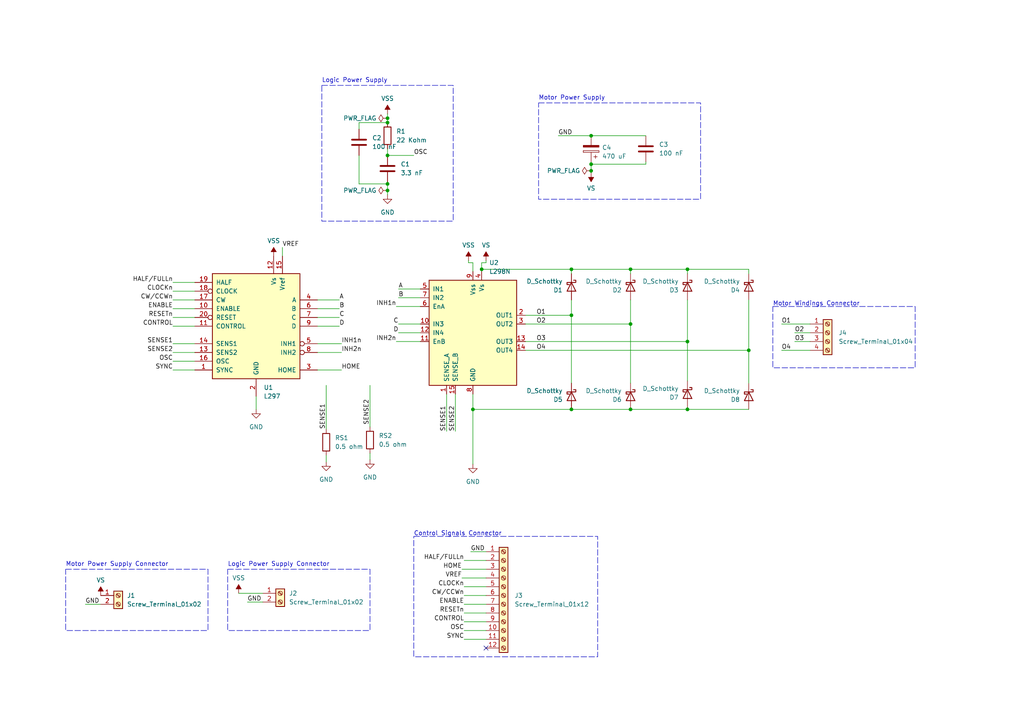
<source format=kicad_sch>
(kicad_sch (version 20230121) (generator eeschema)
  (paper "A4")
  (lib_symbols
    (symbol "Connector:Screw_Terminal_01x02" (pin_names (offset 1.016) hide)
      (property "Reference" "J" (at 0 2.54 0))
      (property "Value" "Screw_Terminal_01x02" (at 0 -5.08 0))
      (symbol "Screw_Terminal_01x02_1_1"
        (rectangle (start -1.27 1.27) (end 1.27 -3.81) (stroke (width 0.254)) (fill (type background)))
        (circle (center 0 -2.54) (radius 0.635) (stroke (width 0.1524)))
        (polyline (pts (xy -0.5334 -2.2098) (xy 0.3302 -3.048)) (stroke (width 0.1524)))
        (polyline (pts (xy -0.5334 0.3302) (xy 0.3302 -0.508)) (stroke (width 0.1524)))
        (polyline (pts (xy -0.3556 -2.032) (xy 0.508 -2.8702)) (stroke (width 0.1524)))
        (polyline (pts (xy -0.3556 0.508) (xy 0.508 -0.3302)) (stroke (width 0.1524)))
        (circle (center 0 0) (radius 0.635) (stroke (width 0.1524)))
        (pin passive line (at -5.08 0 0) (length 3.81) (name "Pin_1") (number "1"))
        (pin passive line (at -5.08 -2.54 0) (length 3.81) (name "Pin_2") (number "2"))
      )
    )
    (symbol "Connector:Screw_Terminal_01x04" (pin_names (offset 1.016) hide)
      (property "Reference" "J" (at 0 5.08 0))
      (property "Value" "Screw_Terminal_01x04" (at 0 -7.62 0))
      (symbol "Screw_Terminal_01x04_1_1"
        (rectangle (start -1.27 3.81) (end 1.27 -6.35) (stroke (width 0.254)) (fill (type background)))
        (circle (center 0 -5.08) (radius 0.635) (stroke (width 0.1524)))
        (circle (center 0 -2.54) (radius 0.635) (stroke (width 0.1524)))
        (polyline (pts (xy -0.5334 -4.7498) (xy 0.3302 -5.588)) (stroke (width 0.1524)))
        (polyline (pts (xy -0.5334 -2.2098) (xy 0.3302 -3.048)) (stroke (width 0.1524)))
        (polyline (pts (xy -0.5334 0.3302) (xy 0.3302 -0.508)) (stroke (width 0.1524)))
        (polyline (pts (xy -0.5334 2.8702) (xy 0.3302 2.032)) (stroke (width 0.1524)))
        (polyline (pts (xy -0.3556 -4.572) (xy 0.508 -5.4102)) (stroke (width 0.1524)))
        (polyline (pts (xy -0.3556 -2.032) (xy 0.508 -2.8702)) (stroke (width 0.1524)))
        (polyline (pts (xy -0.3556 0.508) (xy 0.508 -0.3302)) (stroke (width 0.1524)))
        (polyline (pts (xy -0.3556 3.048) (xy 0.508 2.2098)) (stroke (width 0.1524)))
        (circle (center 0 0) (radius 0.635) (stroke (width 0.1524)))
        (circle (center 0 2.54) (radius 0.635) (stroke (width 0.1524)))
        (pin passive line (at -5.08 2.54 0) (length 3.81) (name "Pin_1") (number "1"))
        (pin passive line (at -5.08 0 0) (length 3.81) (name "Pin_2") (number "2"))
        (pin passive line (at -5.08 -2.54 0) (length 3.81) (name "Pin_3") (number "3"))
        (pin passive line (at -5.08 -5.08 0) (length 3.81) (name "Pin_4") (number "4"))
      )
    )
    (symbol "Connector:Screw_Terminal_01x12" (pin_names (offset 1.016) hide)
      (property "Reference" "J" (at 0 15.24 0))
      (property "Value" "Screw_Terminal_01x12" (at 0 -17.78 0))
      (symbol "Screw_Terminal_01x12_1_1"
        (rectangle (start -1.27 13.97) (end 1.27 -16.51) (stroke (width 0.254)) (fill (type background)))
        (circle (center 0 -15.24) (radius 0.635) (stroke (width 0.1524)))
        (circle (center 0 -12.7) (radius 0.635) (stroke (width 0.1524)))
        (circle (center 0 -10.16) (radius 0.635) (stroke (width 0.1524)))
        (circle (center 0 -7.62) (radius 0.635) (stroke (width 0.1524)))
        (circle (center 0 -5.08) (radius 0.635) (stroke (width 0.1524)))
        (circle (center 0 -2.54) (radius 0.635) (stroke (width 0.1524)))
        (polyline (pts (xy -0.5334 -14.9098) (xy 0.3302 -15.748)) (stroke (width 0.1524)))
        (polyline (pts (xy -0.5334 -12.3698) (xy 0.3302 -13.208)) (stroke (width 0.1524)))
        (polyline (pts (xy -0.5334 -9.8298) (xy 0.3302 -10.668)) (stroke (width 0.1524)))
        (polyline (pts (xy -0.5334 -7.2898) (xy 0.3302 -8.128)) (stroke (width 0.1524)))
        (polyline (pts (xy -0.5334 -4.7498) (xy 0.3302 -5.588)) (stroke (width 0.1524)))
        (polyline (pts (xy -0.5334 -2.2098) (xy 0.3302 -3.048)) (stroke (width 0.1524)))
        (polyline (pts (xy -0.5334 0.3302) (xy 0.3302 -0.508)) (stroke (width 0.1524)))
        (polyline (pts (xy -0.5334 2.8702) (xy 0.3302 2.032)) (stroke (width 0.1524)))
        (polyline (pts (xy -0.5334 5.4102) (xy 0.3302 4.572)) (stroke (width 0.1524)))
        (polyline (pts (xy -0.5334 7.9502) (xy 0.3302 7.112)) (stroke (width 0.1524)))
        (polyline (pts (xy -0.5334 10.4902) (xy 0.3302 9.652)) (stroke (width 0.1524)))
        (polyline (pts (xy -0.5334 13.0302) (xy 0.3302 12.192)) (stroke (width 0.1524)))
        (polyline (pts (xy -0.3556 -14.732) (xy 0.508 -15.5702)) (stroke (width 0.1524)))
        (polyline (pts (xy -0.3556 -12.192) (xy 0.508 -13.0302)) (stroke (width 0.1524)))
        (polyline (pts (xy -0.3556 -9.652) (xy 0.508 -10.4902)) (stroke (width 0.1524)))
        (polyline (pts (xy -0.3556 -7.112) (xy 0.508 -7.9502)) (stroke (width 0.1524)))
        (polyline (pts (xy -0.3556 -4.572) (xy 0.508 -5.4102)) (stroke (width 0.1524)))
        (polyline (pts (xy -0.3556 -2.032) (xy 0.508 -2.8702)) (stroke (width 0.1524)))
        (polyline (pts (xy -0.3556 0.508) (xy 0.508 -0.3302)) (stroke (width 0.1524)))
        (polyline (pts (xy -0.3556 3.048) (xy 0.508 2.2098)) (stroke (width 0.1524)))
        (polyline (pts (xy -0.3556 5.588) (xy 0.508 4.7498)) (stroke (width 0.1524)))
        (polyline (pts (xy -0.3556 8.128) (xy 0.508 7.2898)) (stroke (width 0.1524)))
        (polyline (pts (xy -0.3556 10.668) (xy 0.508 9.8298)) (stroke (width 0.1524)))
        (polyline (pts (xy -0.3556 13.208) (xy 0.508 12.3698)) (stroke (width 0.1524)))
        (circle (center 0 0) (radius 0.635) (stroke (width 0.1524)))
        (circle (center 0 2.54) (radius 0.635) (stroke (width 0.1524)))
        (circle (center 0 5.08) (radius 0.635) (stroke (width 0.1524)))
        (circle (center 0 7.62) (radius 0.635) (stroke (width 0.1524)))
        (circle (center 0 10.16) (radius 0.635) (stroke (width 0.1524)))
        (circle (center 0 12.7) (radius 0.635) (stroke (width 0.1524)))
        (pin passive line (at -5.08 12.7 0) (length 3.81) (name "Pin_1") (number "1"))
        (pin passive line (at -5.08 -10.16 0) (length 3.81) (name "Pin_10") (number "10"))
        (pin passive line (at -5.08 -12.7 0) (length 3.81) (name "Pin_11") (number "11"))
        (pin passive line (at -5.08 -15.24 0) (length 3.81) (name "Pin_12") (number "12"))
        (pin passive line (at -5.08 10.16 0) (length 3.81) (name "Pin_2") (number "2"))
        (pin passive line (at -5.08 7.62 0) (length 3.81) (name "Pin_3") (number "3"))
        (pin passive line (at -5.08 5.08 0) (length 3.81) (name "Pin_4") (number "4"))
        (pin passive line (at -5.08 2.54 0) (length 3.81) (name "Pin_5") (number "5"))
        (pin passive line (at -5.08 0 0) (length 3.81) (name "Pin_6") (number "6"))
        (pin passive line (at -5.08 -2.54 0) (length 3.81) (name "Pin_7") (number "7"))
        (pin passive line (at -5.08 -5.08 0) (length 3.81) (name "Pin_8") (number "8"))
        (pin passive line (at -5.08 -7.62 0) (length 3.81) (name "Pin_9") (number "9"))
      )
    )
    (symbol "Device:C" (pin_numbers hide) (pin_names (offset 0.254))
      (property "Reference" "C" (at 0.635 2.54 0))
      (property "Value" "C" (at 0.635 -2.54 0))
      (symbol "C_0_1"
        (polyline (pts (xy -2.032 -0.762) (xy 2.032 -0.762)) (stroke (width 0.508)))
        (polyline (pts (xy -2.032 0.762) (xy 2.032 0.762)) (stroke (width 0.508)))
      )
      (symbol "C_1_1"
        (pin passive line (at 0 3.81 270) (length 2.794) (name "~") (number "1"))
        (pin passive line (at 0 -3.81 90) (length 2.794) (name "~") (number "2"))
      )
    )
    (symbol "Device:C_Polarized" (pin_numbers hide) (pin_names (offset 0.254))
      (property "Reference" "C" (at 0.635 2.54 0))
      (property "Value" "C_Polarized" (at 0.635 -2.54 0))
      (symbol "C_Polarized_0_1"
        (rectangle (start -2.286 0.508) (end 2.286 1.016))
        (polyline (pts (xy -1.778 2.286) (xy -0.762 2.286)))
        (polyline (pts (xy -1.27 2.794) (xy -1.27 1.778)))
        (rectangle (start 2.286 -0.508) (end -2.286 -1.016) (fill (type outline)))
      )
      (symbol "C_Polarized_1_1"
        (pin passive line (at 0 3.81 270) (length 2.794) (name "~") (number "1"))
        (pin passive line (at 0 -3.81 90) (length 2.794) (name "~") (number "2"))
      )
    )
    (symbol "Device:D_Schottky" (pin_numbers hide) (pin_names (offset 1.016) hide)
      (property "Reference" "D" (at 0 2.54 0))
      (property "Value" "D_Schottky" (at 0 -2.54 0))
      (symbol "D_Schottky_0_1"
        (polyline (pts (xy 1.27 0) (xy -1.27 0)))
        (polyline (pts (xy 1.27 1.27) (xy 1.27 -1.27) (xy -1.27 0) (xy 1.27 1.27)) (stroke (width 0.254)))
        (polyline (pts (xy -1.905 0.635) (xy -1.905 1.27) (xy -1.27 1.27) (xy -1.27 -1.27) (xy -0.635 -1.27) (xy -0.635 -0.635)) (stroke (width 0.254)))
      )
      (symbol "D_Schottky_1_1"
        (pin passive line (at -3.81 0 0) (length 2.54) (name "K") (number "1"))
        (pin passive line (at 3.81 0 180) (length 2.54) (name "A") (number "2"))
      )
    )
    (symbol "Device:R" (pin_numbers hide) (pin_names (offset 0))
      (property "Reference" "R" (at 2.032 0 90))
      (property "Value" "R" (at 0 0 90))
      (symbol "R_0_1"
        (rectangle (start -1.016 -2.54) (end 1.016 2.54) (stroke (width 0.254)))
      )
      (symbol "R_1_1"
        (pin passive line (at 0 3.81 270) (length 1.27) (name "~") (number "1"))
        (pin passive line (at 0 -3.81 90) (length 1.27) (name "~") (number "2"))
      )
    )
    (symbol "Driver_Motor:L297" (pin_names (offset 1.016))
      (property "Reference" "U" (at -6.35 19.05 0))
      (property "Value" "L297" (at -6.35 16.51 0))
      (symbol "L297_0_1"
        (rectangle (start -12.7 15.24) (end 12.7 -15.24) (stroke (width 0.254)) (fill (type background)))
      )
      (symbol "L297_1_0"
        (pin input line (at -17.78 0 0) (length 5.08) (name "CONTROL") (number "11"))
        (pin power_in line (at 5.08 20.32 270) (length 5.08) (name "Vs") (number "12"))
        (pin input line (at -17.78 -7.62 0) (length 5.08) (name "SENS2") (number "13"))
        (pin input line (at -17.78 -5.08 0) (length 5.08) (name "SENS1") (number "14"))
        (pin input line (at 7.62 20.32 270) (length 5.08) (name "Vref") (number "15"))
        (pin input line (at -17.78 -10.16 0) (length 5.08) (name "OSC") (number "16"))
        (pin input line (at -17.78 7.62 0) (length 5.08) (name "CW") (number "17"))
        (pin input inverted (at -17.78 10.16 0) (length 5.08) (name "CLOCK") (number "18"))
        (pin input line (at -17.78 12.7 0) (length 5.08) (name "HALF") (number "19"))
        (pin input inverted (at -17.78 2.54 0) (length 5.08) (name "RESET") (number "20"))
      )
      (symbol "L297_1_1"
        (pin bidirectional line (at -17.78 -12.7 0) (length 5.08) (name "SYNC") (number "1"))
        (pin input line (at -17.78 5.08 0) (length 5.08) (name "ENABLE") (number "10"))
        (pin power_in line (at 0 -20.32 90) (length 5.08) (name "GND") (number "2"))
        (pin open_collector line (at 17.78 -12.7 180) (length 5.08) (name "HOME") (number "3"))
        (pin output line (at 17.78 7.62 180) (length 5.08) (name "A") (number "4"))
        (pin output inverted (at 17.78 -5.08 180) (length 5.08) (name "INH1") (number "5"))
        (pin output line (at 17.78 5.08 180) (length 5.08) (name "B") (number "6"))
        (pin output line (at 17.78 2.54 180) (length 5.08) (name "C") (number "7"))
        (pin output inverted (at 17.78 -7.62 180) (length 5.08) (name "INH2") (number "8"))
        (pin output line (at 17.78 0 180) (length 5.08) (name "D") (number "9"))
      )
    )
    (symbol "Driver_Motor:L298N" (pin_names (offset 1.016))
      (property "Reference" "U" (at -10.16 16.51 0))
      (property "Value" "L298N" (at 12.7 16.51 0))
      (symbol "L298N_0_1"
        (rectangle (start -12.7 15.24) (end 12.7 -15.24) (stroke (width 0.254)) (fill (type background)))
      )
      (symbol "L298N_1_1"
        (pin power_in line (at -7.62 -17.78 90) (length 2.54) (name "SENSE_A") (number "1"))
        (pin input line (at -15.24 2.54 0) (length 2.54) (name "IN3") (number "10"))
        (pin input line (at -15.24 -2.54 0) (length 2.54) (name "EnB") (number "11"))
        (pin input line (at -15.24 0 0) (length 2.54) (name "IN4") (number "12"))
        (pin output line (at 15.24 -2.54 180) (length 2.54) (name "OUT3") (number "13"))
        (pin output line (at 15.24 -5.08 180) (length 2.54) (name "OUT4") (number "14"))
        (pin power_in line (at -5.08 -17.78 90) (length 2.54) (name "SENSE_B") (number "15"))
        (pin output line (at 15.24 5.08 180) (length 2.54) (name "OUT1") (number "2"))
        (pin output line (at 15.24 2.54 180) (length 2.54) (name "OUT2") (number "3"))
        (pin power_in line (at 2.54 17.78 270) (length 2.54) (name "Vs") (number "4"))
        (pin input line (at -15.24 12.7 0) (length 2.54) (name "IN1") (number "5"))
        (pin input line (at -15.24 7.62 0) (length 2.54) (name "EnA") (number "6"))
        (pin input line (at -15.24 10.16 0) (length 2.54) (name "IN2") (number "7"))
        (pin power_in line (at 0 -17.78 90) (length 2.54) (name "GND") (number "8"))
        (pin power_in line (at 0 17.78 270) (length 2.54) (name "Vss") (number "9"))
      )
    )
    (symbol "power:GND" (power) (pin_names (offset 0))
      (property "Value" "GND" (at 0 -3.81 0))
      (symbol "GND_0_1"
        (polyline (pts (xy 0 0) (xy 0 -1.27) (xy 1.27 -1.27) (xy 0 -2.54) (xy -1.27 -1.27) (xy 0 -1.27)))
      )
      (symbol "GND_1_1"
        (pin power_in line (at 0 0 270) (length 0) hide (name "GND") (number "1"))
      )
    )
    (symbol "power:PWR_FLAG" (power) (pin_numbers hide) (pin_names (offset 0) hide)
      (property "Value" "PWR_FLAG" (at 0 3.81 0))
      (symbol "PWR_FLAG_0_0"
        (pin power_out line (at 0 0 90) (length 0) (name "pwr") (number "1"))
      )
      (symbol "PWR_FLAG_0_1"
        (polyline (pts (xy 0 0) (xy 0 1.27) (xy -1.016 1.905) (xy 0 2.54) (xy 1.016 1.905) (xy 0 1.27)))
      )
    )
    (symbol "power:VS" (power) (pin_names (offset 0))
      (property "Value" "VS" (at 0 3.81 0))
      (symbol "VS_0_1"
        (polyline (pts (xy 0 0) (xy 0 2.54)))
        (polyline (pts (xy 0.762 1.27) (xy -0.762 1.27) (xy 0 2.54) (xy 0.762 1.27)) (fill (type outline)))
      )
      (symbol "VS_1_1"
        (pin power_in line (at 0 0 90) (length 0) hide (name "VS") (number "1"))
      )
    )
    (symbol "power:VSS" (power) (pin_names (offset 0))
      (property "Value" "VSS" (at 0 3.81 0))
      (symbol "VSS_0_1"
        (polyline (pts (xy 0 0) (xy 0 2.54)))
        (polyline (pts (xy 0.762 1.27) (xy -0.762 1.27) (xy 0 2.54) (xy 0.762 1.27)) (fill (type outline)))
      )
      (symbol "VSS_1_1"
        (pin power_in line (at 0 0 90) (length 0) hide (name "VSS") (number "1"))
      )
    )
  )
  (junction (at 112.395 53.34))
  (junction (at 182.88 118.745))
  (junction (at 112.395 45.085))
  (junction (at 112.395 35.56))
  (junction (at 182.88 93.98))
  (junction (at 165.735 118.745))
  (junction (at 199.39 78.105))
  (junction (at 137.16 118.745))
  (junction (at 217.17 101.6))
  (junction (at 171.45 47.625))
  (junction (at 165.735 78.105))
  (junction (at 165.735 91.44))
  (junction (at 112.395 34.29))
  (junction (at 199.39 118.745))
  (junction (at 112.395 55.245))
  (junction (at 171.45 49.53))
  (junction (at 199.39 99.06))
  (junction (at 182.88 78.105))
  (junction (at 139.7 78.105))
  (junction (at 171.45 39.37))
  (no_connect (at 140.97 187.96))
  (wire (pts (xy 161.925 39.37) (xy 171.45 39.37)))
  (wire (pts (xy 217.17 86.995) (xy 217.17 101.6)))
  (wire (pts (xy 134.62 170.18) (xy 140.97 170.18)))
  (wire (pts (xy 135.89 76.2) (xy 135.89 75.565)))
  (wire (pts (xy 24.765 175.26) (xy 29.21 175.26)))
  (wire (pts (xy 134.62 175.26) (xy 140.97 175.26)))
  (wire (pts (xy 92.075 102.235) (xy 99.06 102.235)))
  (wire (pts (xy 165.735 118.745) (xy 182.88 118.745)))
  (wire (pts (xy 94.615 111.76) (xy 94.615 124.46)))
  (wire (pts (xy 94.615 133.985) (xy 94.615 132.08)))
  (wire (pts (xy 140.97 165.1) (xy 133.985 165.1)))
  (wire (pts (xy 135.89 76.2) (xy 137.16 76.2)))
  (wire (pts (xy 121.92 99.06) (xy 114.935 99.06)))
  (wire (pts (xy 217.17 78.105) (xy 217.17 79.375)))
  (wire (pts (xy 112.395 53.34) (xy 112.395 55.245)))
  (wire (pts (xy 165.735 78.105) (xy 182.88 78.105)))
  (wire (pts (xy 137.16 118.745) (xy 137.16 134.62)))
  (wire (pts (xy 134.62 185.42) (xy 140.97 185.42)))
  (wire (pts (xy 50.165 99.695) (xy 56.515 99.695)))
  (wire (pts (xy 50.165 89.535) (xy 56.515 89.535)))
  (wire (pts (xy 134.62 180.34) (xy 140.97 180.34)))
  (wire (pts (xy 107.315 133.35) (xy 107.315 131.445)))
  (wire (pts (xy 139.7 78.105) (xy 165.735 78.105)))
  (wire (pts (xy 50.165 92.075) (xy 56.515 92.075)))
  (wire (pts (xy 182.88 78.105) (xy 199.39 78.105)))
  (wire (pts (xy 199.39 78.105) (xy 217.17 78.105)))
  (wire (pts (xy 50.165 94.615) (xy 56.515 94.615)))
  (wire (pts (xy 171.45 50.165) (xy 171.45 49.53)))
  (wire (pts (xy 152.4 93.98) (xy 182.88 93.98)))
  (wire (pts (xy 152.4 101.6) (xy 217.17 101.6)))
  (wire (pts (xy 140.97 76.2) (xy 139.7 76.2)))
  (wire (pts (xy 134.62 172.72) (xy 140.97 172.72)))
  (wire (pts (xy 69.215 172.085) (xy 76.2 172.085)))
  (wire (pts (xy 137.16 118.745) (xy 165.735 118.745)))
  (wire (pts (xy 107.315 111.76) (xy 107.315 123.825)))
  (wire (pts (xy 182.88 93.98) (xy 182.88 111.125)))
  (wire (pts (xy 71.755 174.625) (xy 76.2 174.625)))
  (wire (pts (xy 50.165 81.915) (xy 56.515 81.915)))
  (wire (pts (xy 104.14 35.56) (xy 112.395 35.56)))
  (wire (pts (xy 112.395 33.02) (xy 112.395 34.29)))
  (wire (pts (xy 92.075 92.075) (xy 98.425 92.075)))
  (wire (pts (xy 121.92 93.98) (xy 115.57 93.98)))
  (wire (pts (xy 74.295 118.745) (xy 74.295 114.935)))
  (wire (pts (xy 92.075 107.315) (xy 99.06 107.315)))
  (wire (pts (xy 50.165 102.235) (xy 56.515 102.235)))
  (wire (pts (xy 112.395 56.515) (xy 112.395 55.245)))
  (wire (pts (xy 136.525 160.02) (xy 140.97 160.02)))
  (wire (pts (xy 92.075 86.995) (xy 98.425 86.995)))
  (wire (pts (xy 121.92 96.52) (xy 115.57 96.52)))
  (wire (pts (xy 134.62 162.56) (xy 140.97 162.56)))
  (wire (pts (xy 92.075 94.615) (xy 98.425 94.615)))
  (wire (pts (xy 115.57 83.82) (xy 121.92 83.82)))
  (wire (pts (xy 115.57 86.36) (xy 121.92 86.36)))
  (wire (pts (xy 152.4 99.06) (xy 199.39 99.06)))
  (wire (pts (xy 199.39 86.995) (xy 199.39 99.06)))
  (wire (pts (xy 134.62 182.88) (xy 140.97 182.88)))
  (wire (pts (xy 182.88 118.745) (xy 199.39 118.745)))
  (wire (pts (xy 114.935 88.9) (xy 121.92 88.9)))
  (wire (pts (xy 92.075 99.695) (xy 99.06 99.695)))
  (wire (pts (xy 199.39 99.06) (xy 199.39 110.49)))
  (wire (pts (xy 133.985 167.64) (xy 140.97 167.64)))
  (wire (pts (xy 134.62 177.8) (xy 140.97 177.8)))
  (wire (pts (xy 104.14 45.085) (xy 104.14 53.34)))
  (wire (pts (xy 132.08 114.3) (xy 132.08 125.095)))
  (wire (pts (xy 129.54 125.095) (xy 129.54 114.3)))
  (wire (pts (xy 112.395 34.29) (xy 112.395 35.56)))
  (wire (pts (xy 182.88 78.105) (xy 182.88 79.375)))
  (wire (pts (xy 137.16 76.2) (xy 137.16 78.74)))
  (wire (pts (xy 226.695 93.98) (xy 234.95 93.98)))
  (wire (pts (xy 140.97 75.565) (xy 140.97 76.2)))
  (wire (pts (xy 104.14 53.34) (xy 112.395 53.34)))
  (wire (pts (xy 152.4 91.44) (xy 165.735 91.44)))
  (wire (pts (xy 92.075 89.535) (xy 98.425 89.535)))
  (wire (pts (xy 226.695 101.6) (xy 234.95 101.6)))
  (wire (pts (xy 50.165 84.455) (xy 56.515 84.455)))
  (wire (pts (xy 50.165 104.775) (xy 56.515 104.775)))
  (wire (pts (xy 182.88 86.995) (xy 182.88 93.98)))
  (wire (pts (xy 199.39 118.745) (xy 217.17 118.745)))
  (wire (pts (xy 50.165 86.995) (xy 56.515 86.995)))
  (wire (pts (xy 187.325 46.99) (xy 187.325 47.625)))
  (wire (pts (xy 112.395 43.18) (xy 112.395 45.085)))
  (wire (pts (xy 230.505 96.52) (xy 234.95 96.52)))
  (wire (pts (xy 217.17 101.6) (xy 217.17 111.125)))
  (wire (pts (xy 199.39 78.105) (xy 199.39 79.375)))
  (wire (pts (xy 139.7 76.2) (xy 139.7 78.105)))
  (wire (pts (xy 139.7 78.105) (xy 139.7 78.74)))
  (wire (pts (xy 112.395 53.34) (xy 112.395 52.705)))
  (wire (pts (xy 165.735 86.995) (xy 165.735 91.44)))
  (wire (pts (xy 171.45 47.625) (xy 171.45 49.53)))
  (wire (pts (xy 165.735 91.44) (xy 165.735 111.125)))
  (wire (pts (xy 199.39 118.11) (xy 199.39 118.745)))
  (wire (pts (xy 171.45 47.625) (xy 187.325 47.625)))
  (wire (pts (xy 50.165 107.315) (xy 56.515 107.315)))
  (wire (pts (xy 81.915 71.755) (xy 81.915 74.295)))
  (wire (pts (xy 104.14 35.56) (xy 104.14 37.465)))
  (wire (pts (xy 137.16 114.3) (xy 137.16 118.745)))
  (wire (pts (xy 165.735 78.105) (xy 165.735 79.375)))
  (wire (pts (xy 171.45 46.99) (xy 171.45 47.625)))
  (wire (pts (xy 171.45 39.37) (xy 187.325 39.37)))
  (wire (pts (xy 230.505 99.06) (xy 234.95 99.06)))
  (wire (pts (xy 112.395 45.085) (xy 120.015 45.085)))
  (rectangle (start 156.21 29.845) (end 203.2 57.785) (stroke (width 0) (type dash)))
  (rectangle (start 66.04 165.1) (end 107.315 182.88) (stroke (width 0) (type dash)))
  (rectangle (start 19.05 165.1) (end 60.325 182.88) (stroke (width 0) (type dash)))
  (rectangle (start 120.015 155.575) (end 173.355 190.5) (stroke (width 0) (type dash)))
  (rectangle (start 93.345 24.765) (end 131.445 64.135) (stroke (width 0) (type dash)))
  (rectangle (start 224.155 88.9) (end 265.43 106.68) (stroke (width 0) (type dash)))
  (text "Logic Power Supply Connector" (at 66.04 164.465 0) (effects (font (size 1.27 1.27)) (justify left bottom)))
  (text "Motor Power Supply" (at 156.21 29.21 0) (effects (font (size 1.27 1.27)) (justify left bottom)))
  (text "Logic Power Supply" (at 93.345 24.13 0) (effects (font (size 1.27 1.27)) (justify left bottom)))
  (text "Control Signals Connector" (at 120.015 155.575 0) (effects (font (size 1.27 1.27)) (justify left bottom)))
  (text "Motor Power Supply Connector" (at 19.05 164.465 0) (effects (font (size 1.27 1.27)) (justify left bottom)))
  (text "Motor Windings Connector" (at 224.155 88.9 0) (effects (font (size 1.27 1.27)) (justify left bottom)))
  (label "CW{slash}CCWn" (at 50.165 86.995 180))
  (label "INH2n" (at 114.935 99.06 180))
  (label "OSC" (at 120.015 45.085 0))
  (label "VREF" (at 133.985 167.64 180))
  (label "O1" (at 226.695 93.98 0))
  (label "GND" (at 136.525 160.02 0))
  (label "SENSE1" (at 94.615 124.46 90))
  (label "GND" (at 24.765 175.26 0))
  (label "A" (at 115.57 83.82 0))
  (label "GND" (at 161.925 39.37 0))
  (label "CLOCKn" (at 134.62 170.18 180))
  (label "RESETn" (at 50.165 92.075 180))
  (label "B" (at 115.57 86.36 0))
  (label "HOME" (at 99.06 107.315 0))
  (label "OSC" (at 50.165 104.775 180))
  (label "SENSE1" (at 129.54 125.095 90))
  (label "B" (at 98.425 89.535 0))
  (label "SENSE2" (at 132.08 125.095 90))
  (label "D" (at 98.425 94.615 0))
  (label "O4" (at 226.695 101.6 0))
  (label "A" (at 98.425 86.995 0))
  (label "OSC" (at 134.62 182.88 180))
  (label "HOME" (at 133.985 165.1 180))
  (label "RESETn" (at 134.62 177.8 180))
  (label "C" (at 115.57 93.98 180))
  (label "ENABLE" (at 50.165 89.535 180))
  (label "O2" (at 230.505 96.52 0))
  (label "O3" (at 155.575 99.06 0))
  (label "HALF{slash}FULLn" (at 134.62 162.56 180))
  (label "SENSE2" (at 107.315 123.19 90))
  (label "HALF{slash}FULLn" (at 50.165 81.915 180))
  (label "ENABLE" (at 134.62 175.26 180))
  (label "CW{slash}CCWn" (at 134.62 172.72 180))
  (label "INH1n" (at 114.935 88.9 180))
  (label "GND" (at 71.755 174.625 0))
  (label "O3" (at 230.505 99.06 0))
  (label "D" (at 115.57 96.52 180))
  (label "SYNC" (at 134.62 185.42 180))
  (label "SENSE1" (at 50.165 99.695 180))
  (label "O2" (at 155.575 93.98 0))
  (label "VREF" (at 81.915 71.755 0))
  (label "O4" (at 155.575 101.6 0))
  (label "C" (at 98.425 92.075 0))
  (label "INH1n" (at 99.06 99.695 0))
  (label "SENSE2" (at 50.165 102.235 180))
  (label "CONTROL" (at 50.165 94.615 180))
  (label "INH2n" (at 99.06 102.235 0))
  (label "O1" (at 155.575 91.44 0))
  (label "SYNC" (at 50.165 107.315 180))
  (label "CONTROL" (at 134.62 180.34 180))
  (label "CLOCKn" (at 50.165 84.455 180))
  (symbol (lib_id "Device:C") (at 112.395 48.895 0) (unit 1)
    (property "Reference" "C1" (at 116.205 47.625 0) (effects (justify left)))
    (property "Value" "3.3 nF" (at 116.205 50.165 0) (effects (justify left)))
    (property "Footprint" "Capacitor_THT:C_Rect_L10.0mm_W3.0mm_P7.50mm_FKS3_FKP3" (effects hide))
  )
  (symbol (lib_id "Device:C") (at 104.14 41.275 0) (unit 1)
    (property "Reference" "C2" (at 107.95 40.005 0) (effects (justify left)))
    (property "Value" "100 nF" (at 107.95 42.545 0) (effects (justify left)))
    (property "Footprint" "Capacitor_THT:C_Rect_L7.5mm_W6.5mm_P5.00mm" (effects hide))
  )
  (symbol (lib_id "power:GND") (at 112.395 56.515 0) (unit 1)
    (property "Reference" "#PWR01" (effects hide))
    (property "Value" "GND" (at 112.395 61.595 0))
  )
  (symbol (lib_id "Driver_Motor:L298N") (at 137.16 96.52 0) (unit 1)
    (property "Reference" "U2" (at 141.8941 76.2 0) (effects (justify left)))
    (property "Value" "L298N" (at 141.8941 78.74 0) (effects (justify left)))
    (property "Footprint" "Package_TO_SOT_THT:TO-220-15_P2.54x2.54mm_StaggerOdd_Lead4.58mm_Vertical" (effects hide))
    (property "Datasheet" "http://www.st.com/st-web-ui/static/active/en/resource/technical/document/datasheet/CD00000240.pdf" (effects hide))
  )
  (symbol (lib_id "Device:D_Schottky") (at 199.39 114.3 270) (unit 1)
    (property "Reference" "D7" (at 196.85 115.2525 90) (effects (justify right)))
    (property "Value" "D_Schottky" (at 196.85 112.7125 90) (effects (justify right)))
    (property "Footprint" "Diode_THT:D_DO-27_P15.24mm_Horizontal" (effects hide))
  )
  (symbol (lib_id "power:VS") (at 171.45 50.165 180) (unit 1)
    (property "Reference" "#PWR09" (effects hide))
    (property "Value" "VS" (at 171.45 54.61 0))
  )
  (symbol (lib_id "Device:D_Schottky") (at 182.88 114.935 270) (unit 1)
    (property "Reference" "D6" (at 180.34 115.8875 90) (effects (justify right)))
    (property "Value" "D_Schottky" (at 180.34 113.3475 90) (effects (justify right)))
    (property "Footprint" "Diode_THT:D_DO-27_P15.24mm_Horizontal" (effects hide))
  )
  (symbol (lib_id "power:GND") (at 94.615 133.985 0) (unit 1)
    (property "Reference" "#PWR06" (effects hide))
    (property "Value" "GND" (at 94.615 139.065 0))
  )
  (symbol (lib_id "Device:D_Schottky") (at 217.17 83.185 270) (unit 1)
    (property "Reference" "D4" (at 214.63 84.1375 90) (effects (justify right)))
    (property "Value" "D_Schottky" (at 214.63 81.5975 90) (effects (justify right)))
    (property "Footprint" "Diode_THT:D_DO-27_P15.24mm_Horizontal" (effects hide))
  )
  (symbol (lib_id "Driver_Motor:L297") (at 74.295 94.615 0) (unit 1)
    (property "Reference" "U1" (at 76.4891 112.395 0) (effects (justify left)))
    (property "Value" "L297" (at 76.4891 114.935 0) (effects (justify left)))
    (property "Footprint" "Library_MIC:L297" (effects hide))
    (property "Datasheet" "www.st.com/resource/en/datasheet/cd00000063.pdf" (effects hide))
  )
  (symbol (lib_id "Connector:Screw_Terminal_01x02") (at 34.29 172.72 0) (unit 1)
    (property "Reference" "J1" (at 36.83 172.72 0) (effects (justify left)))
    (property "Value" "Screw_Terminal_01x02" (at 36.83 175.26 0) (effects (justify left)))
    (property "Footprint" "TerminalBlock_Phoenix:TerminalBlock_Phoenix_MKDS-1,5-2-5.08_1x02_P5.08mm_Horizontal" (effects hide))
  )
  (symbol (lib_id "Connector:Screw_Terminal_01x04") (at 240.03 96.52 0) (unit 1)
    (property "Reference" "J4" (at 243.205 96.52 0) (effects (justify left)))
    (property "Value" "Screw_Terminal_01x04" (at 243.205 99.06 0) (effects (justify left)))
    (property "Footprint" "TerminalBlock_Phoenix:TerminalBlock_Phoenix_MKDS-1,5-4-5.08_1x04_P5.08mm_Horizontal" (effects hide))
  )
  (symbol (lib_id "power:GND") (at 107.315 133.35 0) (unit 1)
    (property "Reference" "#PWR07" (effects hide))
    (property "Value" "GND" (at 107.315 138.43 0))
  )
  (symbol (lib_id "Device:R") (at 107.315 127.635 0) (unit 1)
    (property "Reference" "RS2" (at 109.855 126.365 0) (effects (justify left)))
    (property "Value" "0.5 ohm" (at 109.855 128.905 0) (effects (justify left)))
    (property "Footprint" "Resistor_THT:R_Axial_DIN0414_L11.9mm_D4.5mm_P15.24mm_Horizontal" (effects hide))
  )
  (symbol (lib_id "power:VS") (at 140.97 75.565 0) (unit 1)
    (property "Reference" "#PWR013" (effects hide))
    (property "Value" "VS" (at 140.97 71.12 0))
  )
  (symbol (lib_id "power:VSS") (at 79.375 74.295 0) (unit 1)
    (property "Reference" "#PWR03" (effects hide))
    (property "Value" "VSS" (at 79.375 69.85 0))
  )
  (symbol (lib_id "Device:D_Schottky") (at 199.39 83.185 270) (unit 1)
    (property "Reference" "D3" (at 196.85 84.1375 90) (effects (justify right)))
    (property "Value" "D_Schottky" (at 196.85 81.5975 90) (effects (justify right)))
    (property "Footprint" "Diode_THT:D_DO-27_P15.24mm_Horizontal" (effects hide))
  )
  (symbol (lib_id "Device:D_Schottky") (at 165.735 83.185 270) (unit 1)
    (property "Reference" "D1" (at 163.195 84.1375 90) (effects (justify right)))
    (property "Value" "D_Schottky" (at 163.195 81.5975 90) (effects (justify right)))
    (property "Footprint" "Diode_THT:D_DO-27_P15.24mm_Horizontal" (effects hide))
  )
  (symbol (lib_id "Connector:Screw_Terminal_01x12") (at 146.05 172.72 0) (unit 1)
    (property "Reference" "J3" (at 149.225 172.72 0) (effects (justify left)))
    (property "Value" "Screw_Terminal_01x12" (at 149.225 175.26 0) (effects (justify left)))
    (property "Footprint" "TerminalBlock_Phoenix:TerminalBlock_Phoenix_MKDS-1,5-12-5.08_1x12_P5.08mm_Horizontal" (effects hide))
  )
  (symbol (lib_id "Device:D_Schottky") (at 182.88 83.185 270) (unit 1)
    (property "Reference" "D2" (at 180.34 84.1375 90) (effects (justify right)))
    (property "Value" "D_Schottky" (at 180.34 81.5975 90) (effects (justify right)))
    (property "Footprint" "Diode_THT:D_DO-27_P15.24mm_Horizontal" (effects hide))
  )
  (symbol (lib_id "power:VSS") (at 69.215 172.085 0) (unit 1)
    (property "Reference" "#PWR010" (effects hide))
    (property "Value" "VSS" (at 69.215 167.64 0))
  )
  (symbol (lib_id "Device:R") (at 94.615 128.27 0) (unit 1)
    (property "Reference" "RS1" (at 97.155 127 0) (effects (justify left)))
    (property "Value" "0.5 ohm" (at 97.155 129.54 0) (effects (justify left)))
    (property "Footprint" "Resistor_THT:R_Axial_DIN0414_L11.9mm_D4.5mm_P15.24mm_Horizontal" (effects hide))
  )
  (symbol (lib_id "Connector:Screw_Terminal_01x02") (at 81.28 172.085 0) (unit 1)
    (property "Reference" "J2" (at 83.82 172.085 0) (effects (justify left)))
    (property "Value" "Screw_Terminal_01x02" (at 83.82 174.625 0) (effects (justify left)))
    (property "Footprint" "TerminalBlock_Phoenix:TerminalBlock_Phoenix_MKDS-1,5-2-5.08_1x02_P5.08mm_Horizontal" (effects hide))
  )
  (symbol (lib_id "Device:R") (at 112.395 39.37 0) (unit 1)
    (property "Reference" "R1" (at 114.935 38.1 0) (effects (justify left)))
    (property "Value" "22 Kohm" (at 114.935 40.64 0) (effects (justify left)))
    (property "Footprint" "Resistor_THT:R_Axial_DIN0922_L20.0mm_D9.0mm_P25.40mm_Horizontal" (effects hide))
  )
  (symbol (lib_id "Device:C") (at 187.325 43.18 0) (unit 1)
    (property "Reference" "C3" (at 191.135 41.91 0) (effects (justify left)))
    (property "Value" "100 nF" (at 191.135 44.45 0) (effects (justify left)))
    (property "Footprint" "Capacitor_THT:C_Rect_L7.5mm_W6.5mm_P5.00mm" (effects hide))
  )
  (symbol (lib_id "power:GND") (at 137.16 134.62 0) (unit 1)
    (property "Reference" "#PWR08" (effects hide))
    (property "Value" "GND" (at 137.16 139.7 0))
  )
  (symbol (lib_id "Device:D_Schottky") (at 217.17 114.935 270) (unit 1)
    (property "Reference" "D8" (at 214.63 115.8875 90) (effects (justify right)))
    (property "Value" "D_Schottky" (at 214.63 113.3475 90) (effects (justify right)))
    (property "Footprint" "Diode_THT:D_DO-27_P15.24mm_Horizontal" (effects hide))
  )
  (symbol (lib_id "Device:C_Polarized") (at 171.45 43.18 180) (unit 1)
    (property "Reference" "C4" (at 174.625 42.799 0) (effects (justify right)))
    (property "Value" "470 uF" (at 174.625 45.339 0) (effects (justify right)))
    (property "Footprint" "Capacitor_THT:CP_Radial_D13.0mm_P5.00mm" (effects hide))
  )
  (symbol (lib_id "power:VSS") (at 135.89 75.565 0) (unit 1)
    (property "Reference" "#PWR014" (effects hide))
    (property "Value" "VSS" (at 135.89 71.12 0))
  )
  (symbol (lib_id "power:VSS") (at 112.395 33.02 0) (unit 1)
    (property "Reference" "#PWR02" (effects hide))
    (property "Value" "VSS" (at 112.395 28.575 0))
  )
  (symbol (lib_id "Device:D_Schottky") (at 165.735 114.935 270) (unit 1)
    (property "Reference" "D5" (at 163.195 115.8875 90) (effects (justify right)))
    (property "Value" "D_Schottky" (at 163.195 113.3475 90) (effects (justify right)))
    (property "Footprint" "Diode_THT:D_DO-27_P15.24mm_Horizontal" (effects hide))
  )
  (symbol (lib_id "power:GND") (at 74.295 118.745 0) (unit 1)
    (property "Reference" "#PWR05" (effects hide))
    (property "Value" "GND" (at 74.295 123.825 0))
  )
  (symbol (lib_id "power:PWR_FLAG") (at 171.45 49.53 90) (unit 1)
    (property "Reference" "#FLG03" (effects hide))
    (property "Value" "PWR_FLAG" (at 168.275 49.53 90) (effects (justify left)))
  )
  (symbol (lib_id "power:PWR_FLAG") (at 112.395 55.245 90) (unit 1)
    (property "Reference" "#FLG01" (effects hide))
    (property "Value" "PWR_FLAG" (at 109.22 55.245 90) (effects (justify left)))
  )
  (symbol (lib_id "power:PWR_FLAG") (at 112.395 34.29 90) (unit 1)
    (property "Reference" "#FLG02" (effects hide))
    (property "Value" "PWR_FLAG" (at 109.22 34.29 90) (effects (justify left)))
  )
  (symbol (lib_id "power:VS") (at 29.21 172.72 0) (unit 1)
    (property "Reference" "#PWR04" (effects hide))
    (property "Value" "VS" (at 29.21 168.275 0))
  )
)
</source>
